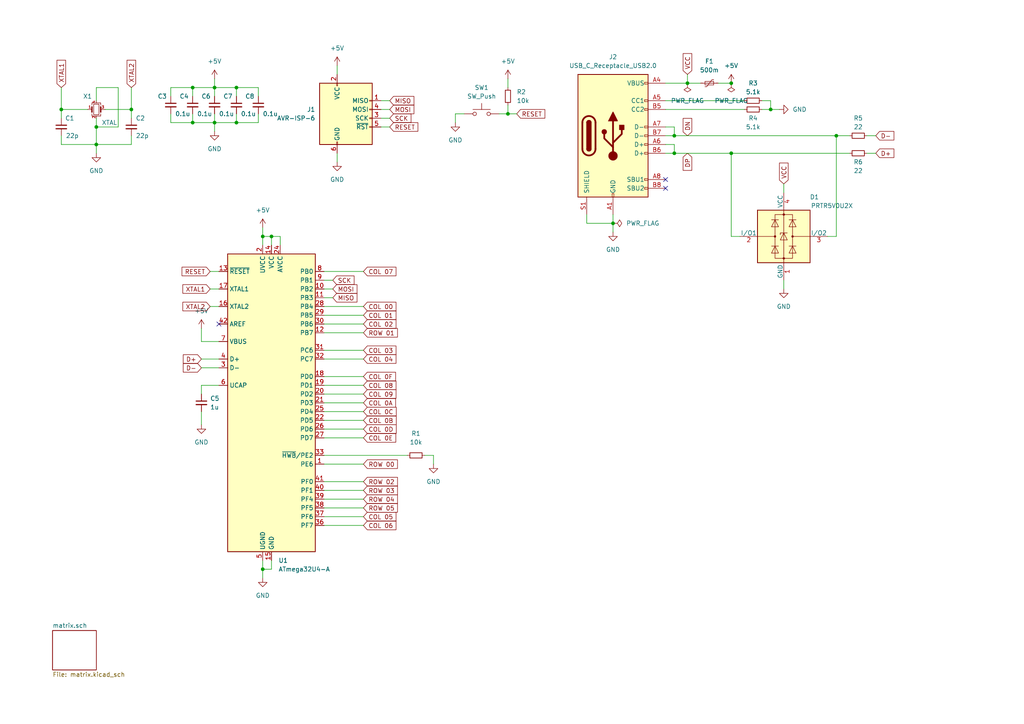
<source format=kicad_sch>
(kicad_sch (version 20211123) (generator eeschema)
  (paper "A4")
  (lib_symbols
    (symbol "Connector:AVR-ISP-6" (pin_names (offset 1.016))
      (property "Reference" "J" (at -6.35 11.43 0))
      (property "Value" "AVR-ISP-6" (at 0 11.43 0))
      (symbol "AVR-ISP-6_0_1"
        (rectangle (start -2.667 -6.858) (end -2.413 -7.62))
        (rectangle (start -2.667 10.16) (end -2.413 9.398))
        (rectangle (start 7.62 -2.413) (end 6.858 -2.667))
        (rectangle (start 7.62 0.127) (end 6.858 -0.127))
        (rectangle (start 7.62 2.667) (end 6.858 2.413))
        (rectangle (start 7.62 5.207) (end 6.858 4.953))
        (rectangle (start 7.62 10.16) (end -7.62 -7.62) (stroke (width 0.254)) (fill (type background)))
      )
      (symbol "AVR-ISP-6_1_1"
        (pin passive line (at 10.16 5.08 180) (length 2.54) (name "MISO") (number "1"))
        (pin passive line (at -2.54 12.7 270) (length 2.54) (name "VCC") (number "2"))
        (pin passive line (at 10.16 0 180) (length 2.54) (name "SCK") (number "3"))
        (pin passive line (at 10.16 2.54 180) (length 2.54) (name "MOSI") (number "4"))
        (pin passive line (at 10.16 -2.54 180) (length 2.54) (name "~{RST}") (number "5"))
        (pin passive line (at -2.54 -10.16 90) (length 2.54) (name "GND") (number "6"))
      )
    )
    (symbol "Connector:USB_C_Receptacle_USB2.0" (pin_names (offset 1.016))
      (property "Reference" "J" (at -10.16 19.05 0))
      (property "Value" "USB_C_Receptacle_USB2.0" (at 19.05 19.05 0))
      (symbol "USB_C_Receptacle_USB2.0_0_0"
        (rectangle (start -0.254 -17.78) (end 0.254 -16.764))
        (rectangle (start 10.16 -14.986) (end 9.144 -15.494))
        (rectangle (start 10.16 -12.446) (end 9.144 -12.954))
        (rectangle (start 10.16 -4.826) (end 9.144 -5.334))
        (rectangle (start 10.16 -2.286) (end 9.144 -2.794))
        (rectangle (start 10.16 0.254) (end 9.144 -0.254))
        (rectangle (start 10.16 2.794) (end 9.144 2.286))
        (rectangle (start 10.16 7.874) (end 9.144 7.366))
        (rectangle (start 10.16 10.414) (end 9.144 9.906))
        (rectangle (start 10.16 15.494) (end 9.144 14.986))
      )
      (symbol "USB_C_Receptacle_USB2.0_0_1"
        (rectangle (start -10.16 17.78) (end 10.16 -17.78) (stroke (width 0.254)) (fill (type background)))
        (arc (start -8.89 -3.81) (mid -6.985 -5.715) (end -5.08 -3.81) (stroke (width 0.508)))
        (arc (start -7.62 -3.81) (mid -6.985 -4.445) (end -6.35 -3.81) (stroke (width 0.254)))
        (arc (start -7.62 -3.81) (mid -6.985 -4.445) (end -6.35 -3.81) (stroke (width 0.254)) (fill (type outline)))
        (rectangle (start -7.62 -3.81) (end -6.35 3.81) (stroke (width 0.254)) (fill (type outline)))
        (arc (start -6.35 3.81) (mid -6.985 4.445) (end -7.62 3.81) (stroke (width 0.254)))
        (arc (start -6.35 3.81) (mid -6.985 4.445) (end -7.62 3.81) (stroke (width 0.254)) (fill (type outline)))
        (arc (start -5.08 3.81) (mid -6.985 5.715) (end -8.89 3.81) (stroke (width 0.508)))
        (circle (center -2.54 1.143) (radius 0.635) (stroke (width 0.254)) (fill (type outline)))
        (circle (center 0 -5.842) (radius 1.27) (fill (type outline)))
        (polyline (pts (xy -8.89 -3.81) (xy -8.89 3.81)) (stroke (width 0.508)))
        (polyline (pts (xy -5.08 3.81) (xy -5.08 -3.81)) (stroke (width 0.508)))
        (polyline (pts (xy 0 -5.842) (xy 0 4.318)) (stroke (width 0.508)))
        (polyline (pts (xy 0 -3.302) (xy -2.54 -0.762) (xy -2.54 0.508)) (stroke (width 0.508)))
        (polyline (pts (xy 0 -2.032) (xy 2.54 0.508) (xy 2.54 1.778)) (stroke (width 0.508)))
        (polyline (pts (xy -1.27 4.318) (xy 0 6.858) (xy 1.27 4.318) (xy -1.27 4.318)) (stroke (width 0.254)) (fill (type outline)))
        (rectangle (start 1.905 1.778) (end 3.175 3.048) (stroke (width 0.254)) (fill (type outline)))
      )
      (symbol "USB_C_Receptacle_USB2.0_1_1"
        (pin passive line (at 0 -22.86 90) (length 5.08) (name "GND") (number "A1"))
        (pin passive line (at 0 -22.86 90) (length 5.08) hide (name "GND") (number "A12"))
        (pin passive line (at 15.24 15.24 180) (length 5.08) (name "VBUS") (number "A4"))
        (pin bidirectional line (at 15.24 10.16 180) (length 5.08) (name "CC1") (number "A5"))
        (pin bidirectional line (at 15.24 -2.54 180) (length 5.08) (name "D+") (number "A6"))
        (pin bidirectional line (at 15.24 2.54 180) (length 5.08) (name "D-") (number "A7"))
        (pin bidirectional line (at 15.24 -12.7 180) (length 5.08) (name "SBU1") (number "A8"))
        (pin passive line (at 15.24 15.24 180) (length 5.08) hide (name "VBUS") (number "A9"))
        (pin passive line (at 0 -22.86 90) (length 5.08) hide (name "GND") (number "B1"))
        (pin passive line (at 0 -22.86 90) (length 5.08) hide (name "GND") (number "B12"))
        (pin passive line (at 15.24 15.24 180) (length 5.08) hide (name "VBUS") (number "B4"))
        (pin bidirectional line (at 15.24 7.62 180) (length 5.08) (name "CC2") (number "B5"))
        (pin bidirectional line (at 15.24 -5.08 180) (length 5.08) (name "D+") (number "B6"))
        (pin bidirectional line (at 15.24 0 180) (length 5.08) (name "D-") (number "B7"))
        (pin bidirectional line (at 15.24 -15.24 180) (length 5.08) (name "SBU2") (number "B8"))
        (pin passive line (at 15.24 15.24 180) (length 5.08) hide (name "VBUS") (number "B9"))
        (pin passive line (at -7.62 -22.86 90) (length 5.08) (name "SHIELD") (number "S1"))
      )
    )
    (symbol "Device:C_Small" (pin_numbers hide) (pin_names (offset 0.254) hide)
      (property "Reference" "C" (at 0.254 1.778 0))
      (property "Value" "C_Small" (at 0.254 -2.032 0))
      (symbol "C_Small_0_1"
        (polyline (pts (xy -1.524 -0.508) (xy 1.524 -0.508)) (stroke (width 0.3302)))
        (polyline (pts (xy -1.524 0.508) (xy 1.524 0.508)) (stroke (width 0.3048)))
      )
      (symbol "C_Small_1_1"
        (pin passive line (at 0 2.54 270) (length 2.032) (name "~") (number "1"))
        (pin passive line (at 0 -2.54 90) (length 2.032) (name "~") (number "2"))
      )
    )
    (symbol "Device:Crystal_GND24_Small" (pin_names (offset 1.016) hide)
      (property "Reference" "Y" (at 1.27 4.445 0))
      (property "Value" "Crystal_GND24_Small" (at 1.27 2.54 0))
      (symbol "Crystal_GND24_Small_0_1"
        (rectangle (start -0.762 -1.524) (end 0.762 1.524))
        (polyline (pts (xy -1.27 -0.762) (xy -1.27 0.762)) (stroke (width 0.381)))
        (polyline (pts (xy 1.27 -0.762) (xy 1.27 0.762)) (stroke (width 0.381)))
        (polyline (pts (xy -1.27 -1.27) (xy -1.27 -1.905) (xy 1.27 -1.905) (xy 1.27 -1.27)))
        (polyline (pts (xy -1.27 1.27) (xy -1.27 1.905) (xy 1.27 1.905) (xy 1.27 1.27)))
      )
      (symbol "Crystal_GND24_Small_1_1"
        (pin passive line (at -2.54 0 0) (length 1.27) (name "1") (number "1"))
        (pin passive line (at 0 -2.54 90) (length 0.635) (name "2") (number "2"))
        (pin passive line (at 2.54 0 180) (length 1.27) (name "3") (number "3"))
        (pin passive line (at 0 2.54 270) (length 0.635) (name "4") (number "4"))
      )
    )
    (symbol "Device:Polyfuse_Small" (pin_numbers hide) (pin_names (offset 0))
      (property "Reference" "F" (at -1.905 0 90))
      (property "Value" "Polyfuse_Small" (at 1.905 0 90))
      (symbol "Polyfuse_Small_0_1"
        (rectangle (start -0.508 1.27) (end 0.508 -1.27))
        (polyline (pts (xy 0 2.54) (xy 0 -2.54)))
        (polyline (pts (xy -1.016 1.27) (xy -1.016 0.762) (xy 1.016 -0.762) (xy 1.016 -1.27)))
      )
      (symbol "Polyfuse_Small_1_1"
        (pin passive line (at 0 2.54 270) (length 0.635) (name "~") (number "1"))
        (pin passive line (at 0 -2.54 90) (length 0.635) (name "~") (number "2"))
      )
    )
    (symbol "Device:R_Small" (pin_numbers hide) (pin_names (offset 0.254) hide)
      (property "Reference" "R" (at 0.762 0.508 0))
      (property "Value" "R_Small" (at 0.762 -1.016 0))
      (symbol "R_Small_0_1"
        (rectangle (start -0.762 1.778) (end 0.762 -1.778) (stroke (width 0.2032)))
      )
      (symbol "R_Small_1_1"
        (pin passive line (at 0 2.54 270) (length 0.762) (name "~") (number "1"))
        (pin passive line (at 0 -2.54 90) (length 0.762) (name "~") (number "2"))
      )
    )
    (symbol "MCU_Microchip_ATmega:ATmega32U4-A"
      (property "Reference" "U" (at -12.7 44.45 0))
      (property "Value" "ATmega32U4-A" (at 2.54 -44.45 0))
      (symbol "ATmega32U4-A_0_1"
        (rectangle (start -12.7 -43.18) (end 12.7 43.18) (stroke (width 0.254)) (fill (type background)))
      )
      (symbol "ATmega32U4-A_1_1"
        (pin bidirectional line (at 15.24 -17.78 180) (length 2.54) (name "PE6") (number "1"))
        (pin bidirectional line (at 15.24 33.02 180) (length 2.54) (name "PB2") (number "10"))
        (pin bidirectional line (at 15.24 30.48 180) (length 2.54) (name "PB3") (number "11"))
        (pin bidirectional line (at 15.24 20.32 180) (length 2.54) (name "PB7") (number "12"))
        (pin input line (at -15.24 38.1 0) (length 2.54) (name "~{RESET}") (number "13"))
        (pin power_in line (at 0 45.72 270) (length 2.54) (name "VCC") (number "14"))
        (pin power_in line (at 0 -45.72 90) (length 2.54) (name "GND") (number "15"))
        (pin output line (at -15.24 27.94 0) (length 2.54) (name "XTAL2") (number "16"))
        (pin input line (at -15.24 33.02 0) (length 2.54) (name "XTAL1") (number "17"))
        (pin bidirectional line (at 15.24 7.62 180) (length 2.54) (name "PD0") (number "18"))
        (pin bidirectional line (at 15.24 5.08 180) (length 2.54) (name "PD1") (number "19"))
        (pin power_in line (at -2.54 45.72 270) (length 2.54) (name "UVCC") (number "2"))
        (pin bidirectional line (at 15.24 2.54 180) (length 2.54) (name "PD2") (number "20"))
        (pin bidirectional line (at 15.24 0 180) (length 2.54) (name "PD3") (number "21"))
        (pin bidirectional line (at 15.24 -5.08 180) (length 2.54) (name "PD5") (number "22"))
        (pin passive line (at 0 -45.72 90) (length 2.54) hide (name "GND") (number "23"))
        (pin power_in line (at 2.54 45.72 270) (length 2.54) (name "AVCC") (number "24"))
        (pin bidirectional line (at 15.24 -2.54 180) (length 2.54) (name "PD4") (number "25"))
        (pin bidirectional line (at 15.24 -7.62 180) (length 2.54) (name "PD6") (number "26"))
        (pin bidirectional line (at 15.24 -10.16 180) (length 2.54) (name "PD7") (number "27"))
        (pin bidirectional line (at 15.24 27.94 180) (length 2.54) (name "PB4") (number "28"))
        (pin bidirectional line (at 15.24 25.4 180) (length 2.54) (name "PB5") (number "29"))
        (pin bidirectional line (at -15.24 10.16 0) (length 2.54) (name "D-") (number "3"))
        (pin bidirectional line (at 15.24 22.86 180) (length 2.54) (name "PB6") (number "30"))
        (pin bidirectional line (at 15.24 15.24 180) (length 2.54) (name "PC6") (number "31"))
        (pin bidirectional line (at 15.24 12.7 180) (length 2.54) (name "PC7") (number "32"))
        (pin bidirectional line (at 15.24 -15.24 180) (length 2.54) (name "~{HWB}/PE2") (number "33"))
        (pin passive line (at 0 45.72 270) (length 2.54) hide (name "VCC") (number "34"))
        (pin passive line (at 0 -45.72 90) (length 2.54) hide (name "GND") (number "35"))
        (pin bidirectional line (at 15.24 -35.56 180) (length 2.54) (name "PF7") (number "36"))
        (pin bidirectional line (at 15.24 -33.02 180) (length 2.54) (name "PF6") (number "37"))
        (pin bidirectional line (at 15.24 -30.48 180) (length 2.54) (name "PF5") (number "38"))
        (pin bidirectional line (at 15.24 -27.94 180) (length 2.54) (name "PF4") (number "39"))
        (pin bidirectional line (at -15.24 12.7 0) (length 2.54) (name "D+") (number "4"))
        (pin bidirectional line (at 15.24 -25.4 180) (length 2.54) (name "PF1") (number "40"))
        (pin bidirectional line (at 15.24 -22.86 180) (length 2.54) (name "PF0") (number "41"))
        (pin passive line (at -15.24 22.86 0) (length 2.54) (name "AREF") (number "42"))
        (pin passive line (at 0 -45.72 90) (length 2.54) hide (name "GND") (number "43"))
        (pin passive line (at 2.54 45.72 270) (length 2.54) hide (name "AVCC") (number "44"))
        (pin passive line (at -2.54 -45.72 90) (length 2.54) (name "UGND") (number "5"))
        (pin passive line (at -15.24 5.08 0) (length 2.54) (name "UCAP") (number "6"))
        (pin input line (at -15.24 17.78 0) (length 2.54) (name "VBUS") (number "7"))
        (pin bidirectional line (at 15.24 38.1 180) (length 2.54) (name "PB0") (number "8"))
        (pin bidirectional line (at 15.24 35.56 180) (length 2.54) (name "PB1") (number "9"))
      )
    )
    (symbol "Power_Protection:PRTR5V0U2X" (pin_names (offset 0))
      (property "Reference" "D" (at 2.794 8.636 0))
      (property "Value" "PRTR5V0U2X" (at 8.128 -9.398 0))
      (symbol "PRTR5V0U2X_0_1"
        (rectangle (start -7.62 -7.62) (end 7.62 7.62) (stroke (width 0.254)) (fill (type background)))
        (circle (center -2.54 0) (radius 0.254) (fill (type outline)))
        (rectangle (start -2.54 6.35) (end 2.54 -6.35))
        (circle (center 0 -6.35) (radius 0.254) (fill (type outline)))
        (polyline (pts (xy -2.54 0) (xy -7.62 0)))
        (polyline (pts (xy -1.524 -2.794) (xy -3.556 -2.794)))
        (polyline (pts (xy -1.524 4.826) (xy -3.556 4.826)))
        (polyline (pts (xy 0 -7.62) (xy 0 7.62)))
        (polyline (pts (xy 1.524 -2.794) (xy 3.556 -2.794)))
        (polyline (pts (xy 1.524 4.826) (xy 3.556 4.826)))
        (polyline (pts (xy 2.54 0) (xy 7.62 0)))
        (polyline (pts (xy 1.016 1.016) (xy -1.016 1.016) (xy -1.016 0.508)))
        (polyline (pts (xy -3.556 -4.826) (xy -1.524 -4.826) (xy -2.54 -2.794) (xy -3.556 -4.826)))
        (polyline (pts (xy -3.556 2.794) (xy -1.524 2.794) (xy -2.54 4.826) (xy -3.556 2.794)))
        (polyline (pts (xy -1.016 -1.016) (xy 1.016 -1.016) (xy 0 1.016) (xy -1.016 -1.016)))
        (polyline (pts (xy 3.556 -4.826) (xy 1.524 -4.826) (xy 2.54 -2.794) (xy 3.556 -4.826)))
        (polyline (pts (xy 3.556 2.794) (xy 1.524 2.794) (xy 2.54 4.826) (xy 3.556 2.794)))
        (circle (center 0 6.35) (radius 0.254) (fill (type outline)))
        (circle (center 2.54 0) (radius 0.254) (fill (type outline)))
      )
      (symbol "PRTR5V0U2X_1_1"
        (pin passive line (at 0 -12.7 90) (length 5.08) (name "GND") (number "1"))
        (pin passive line (at -12.7 0 0) (length 5.08) (name "I/O1") (number "2"))
        (pin passive line (at 12.7 0 180) (length 5.08) (name "I/O2") (number "3"))
        (pin passive line (at 0 12.7 270) (length 5.08) (name "VCC") (number "4"))
      )
    )
    (symbol "Switch:SW_Push" (pin_numbers hide) (pin_names (offset 1.016) hide)
      (property "Reference" "SW" (at 1.27 2.54 0))
      (property "Value" "SW_Push" (at 0 -1.524 0))
      (symbol "SW_Push_0_1"
        (circle (center -2.032 0) (radius 0.508))
        (polyline (pts (xy 0 1.27) (xy 0 3.048)))
        (polyline (pts (xy 2.54 1.27) (xy -2.54 1.27)))
        (circle (center 2.032 0) (radius 0.508))
        (pin passive line (at -5.08 0 0) (length 2.54) (name "1") (number "1"))
        (pin passive line (at 5.08 0 180) (length 2.54) (name "2") (number "2"))
      )
    )
    (symbol "power:+5V" (power) (pin_names (offset 0))
      (property "Value" "+5V" (at 0 3.556 0))
      (symbol "+5V_0_1"
        (polyline (pts (xy -0.762 1.27) (xy 0 2.54)))
        (polyline (pts (xy 0 0) (xy 0 2.54)))
        (polyline (pts (xy 0 2.54) (xy 0.762 1.27)))
      )
      (symbol "+5V_1_1"
        (pin power_in line (at 0 0 90) (length 0) hide (name "+5V") (number "1"))
      )
    )
    (symbol "power:GND" (power) (pin_names (offset 0))
      (property "Value" "GND" (at 0 -3.81 0))
      (symbol "GND_0_1"
        (polyline (pts (xy 0 0) (xy 0 -1.27) (xy 1.27 -1.27) (xy 0 -2.54) (xy -1.27 -1.27) (xy 0 -1.27)))
      )
      (symbol "GND_1_1"
        (pin power_in line (at 0 0 270) (length 0) hide (name "GND") (number "1"))
      )
    )
    (symbol "power:PWR_FLAG" (power) (pin_numbers hide) (pin_names (offset 0) hide)
      (property "Value" "PWR_FLAG" (at 0 3.81 0))
      (symbol "PWR_FLAG_0_0"
        (pin power_out line (at 0 0 90) (length 0) (name "pwr") (number "1"))
      )
      (symbol "PWR_FLAG_0_1"
        (polyline (pts (xy 0 0) (xy 0 1.27) (xy -1.016 1.905) (xy 0 2.54) (xy 1.016 1.905) (xy 0 1.27)))
      )
    )
  )
  (junction (at 68.58 35.56))
  (junction (at 195.58 44.45))
  (junction (at 38.1 31.75))
  (junction (at 62.23 25.4))
  (junction (at 147.32 33.02))
  (junction (at 223.52 31.75))
  (junction (at 27.94 36.83))
  (junction (at 212.09 24.13))
  (junction (at 68.58 25.4))
  (junction (at 199.39 24.13))
  (junction (at 76.2 165.1))
  (junction (at 195.58 39.37))
  (junction (at 212.09 44.45))
  (junction (at 55.88 25.4))
  (junction (at 76.2 68.58))
  (junction (at 55.88 35.56))
  (junction (at 17.78 31.75))
  (junction (at 177.8 64.77))
  (junction (at 78.74 68.58))
  (junction (at 62.23 35.56))
  (junction (at 27.94 41.91))
  (junction (at 242.57 39.37))
  (no_connect (at 63.5 93.98))
  (no_connect (at 193.04 52.07))
  (no_connect (at 193.04 54.61))
  (wire (pts (xy 227.33 53.34) (xy 227.33 55.88)))
  (wire (pts (xy 125.73 132.08) (xy 125.73 134.62)))
  (wire (pts (xy 193.04 44.45) (xy 195.58 44.45)))
  (wire (pts (xy 30.48 31.75) (xy 38.1 31.75)))
  (wire (pts (xy 251.46 44.45) (xy 254 44.45)))
  (wire (pts (xy 27.94 36.83) (xy 34.29 36.83)))
  (wire (pts (xy 49.53 27.94) (xy 49.53 25.4)))
  (wire (pts (xy 55.88 35.56) (xy 62.23 35.56)))
  (wire (pts (xy 93.98 78.74) (xy 105.41 78.74)))
  (wire (pts (xy 110.49 31.75) (xy 113.03 31.75)))
  (wire (pts (xy 93.98 88.9) (xy 105.41 88.9)))
  (wire (pts (xy 93.98 83.82) (xy 96.52 83.82)))
  (wire (pts (xy 58.42 119.38) (xy 58.42 123.19)))
  (wire (pts (xy 93.98 114.3) (xy 105.41 114.3)))
  (wire (pts (xy 223.52 31.75) (xy 226.06 31.75)))
  (wire (pts (xy 78.74 162.56) (xy 78.74 165.1)))
  (wire (pts (xy 195.58 44.45) (xy 212.09 44.45)))
  (wire (pts (xy 251.46 39.37) (xy 254 39.37)))
  (wire (pts (xy 38.1 39.37) (xy 38.1 41.91)))
  (wire (pts (xy 195.58 39.37) (xy 242.57 39.37)))
  (wire (pts (xy 193.04 36.83) (xy 195.58 36.83)))
  (wire (pts (xy 62.23 33.02) (xy 62.23 35.56)))
  (wire (pts (xy 74.93 25.4) (xy 74.93 27.94)))
  (wire (pts (xy 78.74 68.58) (xy 78.74 71.12)))
  (wire (pts (xy 60.96 83.82) (xy 63.5 83.82)))
  (wire (pts (xy 60.96 78.74) (xy 63.5 78.74)))
  (wire (pts (xy 123.19 132.08) (xy 125.73 132.08)))
  (wire (pts (xy 93.98 149.86) (xy 105.41 149.86)))
  (wire (pts (xy 93.98 147.32) (xy 105.41 147.32)))
  (wire (pts (xy 49.53 25.4) (xy 55.88 25.4)))
  (wire (pts (xy 58.42 104.14) (xy 63.5 104.14)))
  (wire (pts (xy 242.57 39.37) (xy 246.38 39.37)))
  (wire (pts (xy 132.08 35.56) (xy 132.08 33.02)))
  (wire (pts (xy 212.09 44.45) (xy 212.09 68.58)))
  (wire (pts (xy 93.98 86.36) (xy 96.52 86.36)))
  (wire (pts (xy 110.49 34.29) (xy 113.03 34.29)))
  (wire (pts (xy 38.1 25.4) (xy 38.1 31.75)))
  (wire (pts (xy 93.98 127) (xy 105.41 127)))
  (wire (pts (xy 220.98 29.21) (xy 223.52 29.21)))
  (wire (pts (xy 199.39 24.13) (xy 203.2 24.13)))
  (wire (pts (xy 193.04 29.21) (xy 215.9 29.21)))
  (wire (pts (xy 147.32 33.02) (xy 149.86 33.02)))
  (wire (pts (xy 27.94 25.4) (xy 27.94 29.21)))
  (wire (pts (xy 62.23 22.86) (xy 62.23 25.4)))
  (wire (pts (xy 147.32 22.86) (xy 147.32 25.4)))
  (wire (pts (xy 193.04 39.37) (xy 195.58 39.37)))
  (wire (pts (xy 62.23 35.56) (xy 62.23 38.1)))
  (wire (pts (xy 58.42 95.25) (xy 58.42 99.06)))
  (wire (pts (xy 93.98 109.22) (xy 105.41 109.22)))
  (wire (pts (xy 93.98 81.28) (xy 96.52 81.28)))
  (wire (pts (xy 58.42 111.76) (xy 63.5 111.76)))
  (wire (pts (xy 68.58 33.02) (xy 68.58 35.56)))
  (wire (pts (xy 17.78 41.91) (xy 27.94 41.91)))
  (wire (pts (xy 177.8 64.77) (xy 177.8 67.31)))
  (wire (pts (xy 27.94 41.91) (xy 27.94 44.45)))
  (wire (pts (xy 132.08 33.02) (xy 134.62 33.02)))
  (wire (pts (xy 93.98 134.62) (xy 105.41 134.62)))
  (wire (pts (xy 193.04 31.75) (xy 215.9 31.75)))
  (wire (pts (xy 17.78 39.37) (xy 17.78 41.91)))
  (wire (pts (xy 17.78 25.4) (xy 17.78 31.75)))
  (wire (pts (xy 68.58 35.56) (xy 74.93 35.56)))
  (wire (pts (xy 62.23 25.4) (xy 68.58 25.4)))
  (wire (pts (xy 78.74 165.1) (xy 76.2 165.1)))
  (wire (pts (xy 220.98 31.75) (xy 223.52 31.75)))
  (wire (pts (xy 93.98 152.4) (xy 105.41 152.4)))
  (wire (pts (xy 55.88 33.02) (xy 55.88 35.56)))
  (wire (pts (xy 93.98 111.76) (xy 105.41 111.76)))
  (wire (pts (xy 49.53 33.02) (xy 49.53 35.56)))
  (wire (pts (xy 68.58 25.4) (xy 74.93 25.4)))
  (wire (pts (xy 242.57 39.37) (xy 242.57 68.58)))
  (wire (pts (xy 27.94 41.91) (xy 38.1 41.91)))
  (wire (pts (xy 55.88 25.4) (xy 55.88 27.94)))
  (wire (pts (xy 193.04 24.13) (xy 199.39 24.13)))
  (wire (pts (xy 199.39 21.59) (xy 199.39 24.13)))
  (wire (pts (xy 55.88 25.4) (xy 62.23 25.4)))
  (wire (pts (xy 93.98 144.78) (xy 105.41 144.78)))
  (wire (pts (xy 62.23 35.56) (xy 68.58 35.56)))
  (wire (pts (xy 208.28 24.13) (xy 212.09 24.13)))
  (wire (pts (xy 17.78 31.75) (xy 25.4 31.75)))
  (wire (pts (xy 93.98 91.44) (xy 105.41 91.44)))
  (wire (pts (xy 62.23 25.4) (xy 62.23 27.94)))
  (wire (pts (xy 223.52 29.21) (xy 223.52 31.75)))
  (wire (pts (xy 93.98 104.14) (xy 105.41 104.14)))
  (wire (pts (xy 76.2 165.1) (xy 76.2 167.64)))
  (wire (pts (xy 93.98 142.24) (xy 105.41 142.24)))
  (wire (pts (xy 93.98 93.98) (xy 105.41 93.98)))
  (wire (pts (xy 76.2 68.58) (xy 78.74 68.58)))
  (wire (pts (xy 93.98 116.84) (xy 105.41 116.84)))
  (wire (pts (xy 193.04 41.91) (xy 195.58 41.91)))
  (wire (pts (xy 17.78 31.75) (xy 17.78 34.29)))
  (wire (pts (xy 68.58 25.4) (xy 68.58 27.94)))
  (wire (pts (xy 93.98 121.92) (xy 105.41 121.92)))
  (wire (pts (xy 170.18 64.77) (xy 177.8 64.77)))
  (wire (pts (xy 34.29 25.4) (xy 34.29 36.83)))
  (wire (pts (xy 214.63 68.58) (xy 212.09 68.58)))
  (wire (pts (xy 93.98 124.46) (xy 105.41 124.46)))
  (wire (pts (xy 97.79 19.05) (xy 97.79 21.59)))
  (wire (pts (xy 227.33 81.28) (xy 227.33 83.82)))
  (wire (pts (xy 195.58 36.83) (xy 195.58 39.37)))
  (wire (pts (xy 110.49 29.21) (xy 113.03 29.21)))
  (wire (pts (xy 76.2 162.56) (xy 76.2 165.1)))
  (wire (pts (xy 97.79 44.45) (xy 97.79 46.99)))
  (wire (pts (xy 240.03 68.58) (xy 242.57 68.58)))
  (wire (pts (xy 177.8 62.23) (xy 177.8 64.77)))
  (wire (pts (xy 110.49 36.83) (xy 113.03 36.83)))
  (wire (pts (xy 147.32 30.48) (xy 147.32 33.02)))
  (wire (pts (xy 93.98 96.52) (xy 105.41 96.52)))
  (wire (pts (xy 58.42 99.06) (xy 63.5 99.06)))
  (wire (pts (xy 195.58 41.91) (xy 195.58 44.45)))
  (wire (pts (xy 212.09 44.45) (xy 246.38 44.45)))
  (wire (pts (xy 81.28 71.12) (xy 81.28 68.58)))
  (wire (pts (xy 38.1 31.75) (xy 38.1 34.29)))
  (wire (pts (xy 93.98 139.7) (xy 105.41 139.7)))
  (wire (pts (xy 27.94 34.29) (xy 27.94 36.83)))
  (wire (pts (xy 76.2 68.58) (xy 76.2 71.12)))
  (wire (pts (xy 58.42 111.76) (xy 58.42 114.3)))
  (wire (pts (xy 76.2 66.04) (xy 76.2 68.58)))
  (wire (pts (xy 58.42 106.68) (xy 63.5 106.68)))
  (wire (pts (xy 49.53 35.56) (xy 55.88 35.56)))
  (wire (pts (xy 144.78 33.02) (xy 147.32 33.02)))
  (wire (pts (xy 93.98 132.08) (xy 118.11 132.08)))
  (wire (pts (xy 27.94 25.4) (xy 34.29 25.4)))
  (wire (pts (xy 170.18 62.23) (xy 170.18 64.77)))
  (wire (pts (xy 74.93 33.02) (xy 74.93 35.56)))
  (wire (pts (xy 60.96 88.9) (xy 63.5 88.9)))
  (wire (pts (xy 93.98 101.6) (xy 105.41 101.6)))
  (wire (pts (xy 93.98 119.38) (xy 105.41 119.38)))
  (wire (pts (xy 78.74 68.58) (xy 81.28 68.58)))
  (wire (pts (xy 27.94 36.83) (xy 27.94 41.91)))
  (global_label "COL 01" (shape input) (at 105.41 91.44 0) (property "Intersheet References" "${INTERSHEET_REFS}" (effects hide)))
  (global_label "RESET" (shape input) (at 113.03 36.83 0) (property "Intersheet References" "${INTERSHEET_REFS}" (effects hide)))
  (global_label "COL 03" (shape input) (at 105.41 101.6 0) (property "Intersheet References" "${INTERSHEET_REFS}" (effects hide)))
  (global_label "COL 0F" (shape input) (at 105.41 109.22 0) (property "Intersheet References" "${INTERSHEET_REFS}" (effects hide)))
  (global_label "ROW 01" (shape input) (at 105.41 96.52 0) (property "Intersheet References" "${INTERSHEET_REFS}" (effects hide)))
  (global_label "RESET" (shape input) (at 149.86 33.02 0) (property "Intersheet References" "${INTERSHEET_REFS}" (effects hide)))
  (global_label "COL 09" (shape input) (at 105.41 114.3 0) (property "Intersheet References" "${INTERSHEET_REFS}" (effects hide)))
  (global_label "RESET" (shape input) (at 60.96 78.74 180) (property "Intersheet References" "${INTERSHEET_REFS}" (effects hide)))
  (global_label "ROW 03" (shape input) (at 105.41 142.24 0) (property "Intersheet References" "${INTERSHEET_REFS}" (effects hide)))
  (global_label "COL 07" (shape input) (at 105.41 78.74 0) (property "Intersheet References" "${INTERSHEET_REFS}" (effects hide)))
  (global_label "D-" (shape input) (at 254 39.37 0) (property "Intersheet References" "${INTERSHEET_REFS}" (effects hide)))
  (global_label "ROW 05" (shape input) (at 105.41 147.32 0) (property "Intersheet References" "${INTERSHEET_REFS}" (effects hide)))
  (global_label "XTAL1" (shape input) (at 60.96 83.82 180) (property "Intersheet References" "${INTERSHEET_REFS}" (effects hide)))
  (global_label "SCK" (shape input) (at 113.03 34.29 0) (property "Intersheet References" "${INTERSHEET_REFS}" (effects hide)))
  (global_label "COL 04" (shape input) (at 105.41 104.14 0) (property "Intersheet References" "${INTERSHEET_REFS}" (effects hide)))
  (global_label "COL 0C" (shape input) (at 105.41 119.38 0) (property "Intersheet References" "${INTERSHEET_REFS}" (effects hide)))
  (global_label "DP" (shape input) (at 199.39 44.45 270) (property "Intersheet References" "${INTERSHEET_REFS}" (effects hide)))
  (global_label "COL 02" (shape input) (at 105.41 93.98 0) (property "Intersheet References" "${INTERSHEET_REFS}" (effects hide)))
  (global_label "COL 06" (shape input) (at 105.41 152.4 0) (property "Intersheet References" "${INTERSHEET_REFS}" (effects hide)))
  (global_label "COL 08" (shape input) (at 105.41 111.76 0) (property "Intersheet References" "${INTERSHEET_REFS}" (effects hide)))
  (global_label "D-" (shape input) (at 58.42 106.68 180) (property "Intersheet References" "${INTERSHEET_REFS}" (effects hide)))
  (global_label "ROW 04" (shape input) (at 105.41 144.78 0) (property "Intersheet References" "${INTERSHEET_REFS}" (effects hide)))
  (global_label "MOSI" (shape input) (at 113.03 31.75 0) (property "Intersheet References" "${INTERSHEET_REFS}" (effects hide)))
  (global_label "COL 05" (shape input) (at 105.41 149.86 0) (property "Intersheet References" "${INTERSHEET_REFS}" (effects hide)))
  (global_label "COL 0D" (shape input) (at 105.41 124.46 0) (property "Intersheet References" "${INTERSHEET_REFS}" (effects hide)))
  (global_label "VCC" (shape input) (at 227.33 53.34 90) (property "Intersheet References" "${INTERSHEET_REFS}" (effects hide)))
  (global_label "MISO" (shape input) (at 113.03 29.21 0) (property "Intersheet References" "${INTERSHEET_REFS}" (effects hide)))
  (global_label "COL 0E" (shape input) (at 105.41 127 0) (property "Intersheet References" "${INTERSHEET_REFS}" (effects hide)))
  (global_label "DN" (shape input) (at 199.39 39.37 90) (property "Intersheet References" "${INTERSHEET_REFS}" (effects hide)))
  (global_label "VCC" (shape input) (at 199.39 21.59 90) (property "Intersheet References" "${INTERSHEET_REFS}" (effects hide)))
  (global_label "ROW 00" (shape input) (at 105.41 134.62 0) (property "Intersheet References" "${INTERSHEET_REFS}" (effects hide)))
  (global_label "MISO" (shape input) (at 96.52 86.36 0) (property "Intersheet References" "${INTERSHEET_REFS}" (effects hide)))
  (global_label "COL 0B" (shape input) (at 105.41 121.92 0) (property "Intersheet References" "${INTERSHEET_REFS}" (effects hide)))
  (global_label "XTAL2" (shape input) (at 60.96 88.9 180) (property "Intersheet References" "${INTERSHEET_REFS}" (effects hide)))
  (global_label "XTAL2" (shape input) (at 38.1 25.4 90) (property "Intersheet References" "${INTERSHEET_REFS}" (effects hide)))
  (global_label "D+" (shape input) (at 58.42 104.14 180) (property "Intersheet References" "${INTERSHEET_REFS}" (effects hide)))
  (global_label "COL 0A" (shape input) (at 105.41 116.84 0) (property "Intersheet References" "${INTERSHEET_REFS}" (effects hide)))
  (global_label "MOSI" (shape input) (at 96.52 83.82 0) (property "Intersheet References" "${INTERSHEET_REFS}" (effects hide)))
  (global_label "COL 00" (shape input) (at 105.41 88.9 0) (property "Intersheet References" "${INTERSHEET_REFS}" (effects hide)))
  (global_label "SCK" (shape input) (at 96.52 81.28 0) (property "Intersheet References" "${INTERSHEET_REFS}" (effects hide)))
  (global_label "ROW 02" (shape input) (at 105.41 139.7 0) (property "Intersheet References" "${INTERSHEET_REFS}" (effects hide)))
  (global_label "D+" (shape input) (at 254 44.45 0) (property "Intersheet References" "${INTERSHEET_REFS}" (effects hide)))
  (global_label "XTAL1" (shape input) (at 17.78 25.4 90) (property "Intersheet References" "${INTERSHEET_REFS}" (effects hide)))
  (symbol (lib_id "power:GND") (at 125.73 134.62 0) (unit 1)
    (property "Reference" "#PWR09" (effects hide))
    (property "Value" "GND" (at 125.73 139.7 0))
  )
  (symbol (lib_id "power:+5V") (at 212.09 24.13 0) (unit 1)
    (property "Reference" "#PWR013" (effects hide))
    (property "Value" "+5V" (at 212.09 19.05 0))
  )
  (symbol (lib_id "Device:R_Small") (at 248.92 39.37 270) (unit 1)
    (property "Reference" "R5" (at 248.92 34.29 90))
    (property "Value" "22" (at 248.92 36.83 90))
    (property "Footprint" "Resistor_SMD:R_0805_2012Metric_Pad1.20x1.40mm_HandSolder" (effects hide))
  )
  (symbol (lib_id "power:PWR_FLAG") (at 177.8 64.77 270) (unit 1)
    (property "Reference" "#FLG0101" (effects hide))
    (property "Value" "PWR_FLAG" (at 181.61 64.7699 90) (effects (justify left)))
  )
  (symbol (lib_id "power:GND") (at 27.94 44.45 0) (unit 1)
    (property "Reference" "#PWR01" (effects hide))
    (property "Value" "GND" (at 27.94 49.53 0))
  )
  (symbol (lib_id "power:GND") (at 76.2 167.64 0) (unit 1)
    (property "Reference" "#PWR06" (effects hide))
    (property "Value" "GND" (at 76.2 172.72 0))
  )
  (symbol (lib_id "Switch:SW_Push") (at 139.7 33.02 0) (unit 1)
    (property "Reference" "SW1" (at 139.7 25.4 0))
    (property "Value" "SW_Push" (at 139.7 27.94 0))
    (property "Footprint" "Button_Switch_SMD:SW_SPST_SKQG_WithoutStem" (effects hide))
  )
  (symbol (lib_id "power:GND") (at 97.79 46.99 0) (unit 1)
    (property "Reference" "#PWR08" (effects hide))
    (property "Value" "GND" (at 97.79 52.07 0))
  )
  (symbol (lib_id "power:+5V") (at 147.32 22.86 0) (unit 1)
    (property "Reference" "#PWR011" (effects hide))
    (property "Value" "+5V" (at 147.32 17.78 0))
  )
  (symbol (lib_id "Device:C_Small") (at 55.88 30.48 0) (unit 1)
    (property "Reference" "C4" (at 52.07 27.94 0) (effects (justify left)))
    (property "Value" "0.1u" (at 57.15 33.02 0) (effects (justify left)))
    (property "Footprint" "Diode_SMD:D_0805_2012Metric_Pad1.15x1.40mm_HandSolder" (effects hide))
  )
  (symbol (lib_id "power:+5V") (at 76.2 66.04 0) (unit 1)
    (property "Reference" "#PWR05" (effects hide))
    (property "Value" "+5V" (at 76.2 60.96 0))
  )
  (symbol (lib_id "Device:C_Small") (at 49.53 30.48 0) (unit 1)
    (property "Reference" "C3" (at 45.72 27.94 0) (effects (justify left)))
    (property "Value" "0.1u" (at 50.8 33.02 0) (effects (justify left)))
    (property "Footprint" "Diode_SMD:D_0805_2012Metric_Pad1.15x1.40mm_HandSolder" (effects hide))
  )
  (symbol (lib_id "power:GND") (at 226.06 31.75 90) (unit 1)
    (property "Reference" "#PWR014" (effects hide))
    (property "Value" "GND" (at 229.87 31.7499 90) (effects (justify right)))
  )
  (symbol (lib_id "power:GND") (at 58.42 123.19 0) (unit 1)
    (property "Reference" "#PWR02" (effects hide))
    (property "Value" "GND" (at 58.42 128.27 0))
  )
  (symbol (lib_id "Connector:USB_C_Receptacle_USB2.0") (at 177.8 39.37 0) (unit 1)
    (property "Reference" "J2" (at 177.8 16.51 0))
    (property "Value" "USB_C_Receptacle_USB2.0" (at 177.8 19.05 0))
    (property "Footprint" "Connector_USB:USB_C_Receptacle_HRO_TYPE-C-31-M-12" (effects hide))
    (property "Datasheet" "https://www.usb.org/sites/default/files/documents/usb_type-c.zip" (effects hide))
  )
  (symbol (lib_id "Device:C_Small") (at 62.23 30.48 0) (unit 1)
    (property "Reference" "C6" (at 58.42 27.94 0) (effects (justify left)))
    (property "Value" "0.1u" (at 63.5 33.02 0) (effects (justify left)))
    (property "Footprint" "Diode_SMD:D_0805_2012Metric_Pad1.15x1.40mm_HandSolder" (effects hide))
  )
  (symbol (lib_id "Device:C_Small") (at 68.58 30.48 0) (unit 1)
    (property "Reference" "C7" (at 64.77 27.94 0) (effects (justify left)))
    (property "Value" "0.1u" (at 69.85 33.02 0) (effects (justify left)))
    (property "Footprint" "Diode_SMD:D_0805_2012Metric_Pad1.15x1.40mm_HandSolder" (effects hide))
  )
  (symbol (lib_id "power:PWR_FLAG") (at 212.09 24.13 180) (unit 1)
    (property "Reference" "#FLG0103" (effects hide))
    (property "Value" "PWR_FLAG" (at 212.09 29.21 0))
  )
  (symbol (lib_id "Device:Polyfuse_Small") (at 205.74 24.13 90) (unit 1)
    (property "Reference" "F1" (at 205.74 17.78 90))
    (property "Value" "500m" (at 205.74 20.32 90))
    (property "Footprint" "Fuse:Fuse_1206_3216Metric_Pad1.42x1.75mm_HandSolder" (effects hide))
  )
  (symbol (lib_id "Power_Protection:PRTR5V0U2X") (at 227.33 68.58 0) (unit 1)
    (property "Reference" "D1" (at 236.22 57.15 0))
    (property "Value" "PRTR5V0U2X" (at 241.3 59.69 0))
    (property "Footprint" "Package_TO_SOT_SMD:SOT-143" (effects hide))
    (property "Datasheet" "https://assets.nexperia.com/documents/data-sheet/PRTR5V0U2X.pdf" (effects hide))
  )
  (symbol (lib_id "Device:R_Small") (at 120.65 132.08 270) (unit 1)
    (property "Reference" "R1" (at 120.65 125.73 90))
    (property "Value" "10k" (at 120.65 128.27 90))
    (property "Footprint" "Resistor_SMD:R_0805_2012Metric_Pad1.20x1.40mm_HandSolder" (effects hide))
  )
  (symbol (lib_id "Device:C_Small") (at 17.78 36.83 0) (unit 1)
    (property "Reference" "C1" (at 21.59 34.29 0) (effects (justify right)))
    (property "Value" "22p" (at 22.86 39.37 0) (effects (justify right)))
    (property "Footprint" "Diode_SMD:D_0805_2012Metric_Pad1.15x1.40mm_HandSolder" (effects hide))
  )
  (symbol (lib_id "Device:R_Small") (at 147.32 27.94 0) (unit 1)
    (property "Reference" "R2" (at 149.86 26.6699 0) (effects (justify left)))
    (property "Value" "10k" (at 149.86 29.2099 0) (effects (justify left)))
    (property "Footprint" "Resistor_SMD:R_0805_2012Metric_Pad1.20x1.40mm_HandSolder" (effects hide))
  )
  (symbol (lib_id "power:GND") (at 227.33 83.82 0) (unit 1)
    (property "Reference" "#PWR015" (effects hide))
    (property "Value" "GND" (at 227.33 88.9 0))
  )
  (symbol (lib_id "Device:C_Small") (at 74.93 30.48 0) (unit 1)
    (property "Reference" "C8" (at 71.12 27.94 0) (effects (justify left)))
    (property "Value" "0.1u" (at 76.2 33.02 0) (effects (justify left)))
    (property "Footprint" "Diode_SMD:D_0805_2012Metric_Pad1.15x1.40mm_HandSolder" (effects hide))
  )
  (symbol (lib_id "power:GND") (at 62.23 38.1 0) (unit 1)
    (property "Reference" "#PWR04" (effects hide))
    (property "Value" "GND" (at 62.23 43.18 0))
  )
  (symbol (lib_id "Device:C_Small") (at 38.1 36.83 0) (unit 1)
    (property "Reference" "C2" (at 39.37 34.29 0) (effects (justify left)))
    (property "Value" "22p" (at 39.37 39.37 0) (effects (justify left)))
    (property "Footprint" "Diode_SMD:D_0805_2012Metric_Pad1.15x1.40mm_HandSolder" (effects hide))
  )
  (symbol (lib_id "Device:R_Small") (at 218.44 31.75 90) (unit 1)
    (property "Reference" "R4" (at 218.44 34.29 90))
    (property "Value" "5.1k" (at 218.44 36.83 90))
    (property "Footprint" "Resistor_SMD:R_0805_2012Metric_Pad1.20x1.40mm_HandSolder" (effects hide))
  )
  (symbol (lib_id "Device:R_Small") (at 248.92 44.45 90) (unit 1)
    (property "Reference" "R6" (at 248.92 46.99 90))
    (property "Value" "22" (at 248.92 49.53 90))
    (property "Footprint" "Resistor_SMD:R_0805_2012Metric_Pad1.20x1.40mm_HandSolder" (effects hide))
  )
  (symbol (lib_id "power:+5V") (at 62.23 22.86 0) (unit 1)
    (property "Reference" "#PWR03" (effects hide))
    (property "Value" "+5V" (at 62.23 17.78 0))
  )
  (symbol (lib_id "Device:Crystal_GND24_Small") (at 27.94 31.75 0) (unit 1)
    (property "Reference" "X1" (at 25.4 27.94 0))
    (property "Value" "XTAL" (at 31.75 35.56 0))
    (property "Footprint" "Crystal:Crystal_SMD_3225-4Pin_3.2x2.5mm_HandSoldering" (effects hide))
  )
  (symbol (lib_id "power:GND") (at 132.08 35.56 0) (unit 1)
    (property "Reference" "#PWR010" (effects hide))
    (property "Value" "GND" (at 132.08 40.64 0))
  )
  (symbol (lib_id "power:+5V") (at 58.42 95.25 0) (unit 1)
    (property "Reference" "#PWR0101" (effects hide))
    (property "Value" "+5V" (at 58.42 90.17 0))
  )
  (symbol (lib_id "power:PWR_FLAG") (at 199.39 24.13 180) (unit 1)
    (property "Reference" "#FLG0102" (effects hide))
    (property "Value" "PWR_FLAG" (at 199.39 29.21 0))
  )
  (symbol (lib_id "Connector:AVR-ISP-6") (at 100.33 34.29 0) (unit 1)
    (property "Reference" "J1" (at 91.44 31.7499 0) (effects (justify right)))
    (property "Value" "AVR-ISP-6" (at 91.44 34.2899 0) (effects (justify right)))
    (property "Footprint" "Connector_JST:JST_EH_S6B-EH_1x06_P2.50mm_Horizontal" (effects hide))
    (property "Datasheet" " ~" (effects hide))
  )
  (symbol (lib_id "Device:R_Small") (at 218.44 29.21 90) (unit 1)
    (property "Reference" "R3" (at 218.44 24.13 90))
    (property "Value" "5.1k" (at 218.44 26.67 90))
    (property "Footprint" "Resistor_SMD:R_0805_2012Metric_Pad1.20x1.40mm_HandSolder" (effects hide))
  )
  (symbol (lib_id "MCU_Microchip_ATmega:ATmega32U4-A") (at 78.74 116.84 0) (unit 1)
    (property "Reference" "U1" (at 80.7594 162.56 0) (effects (justify left)))
    (property "Value" "ATmega32U4-A" (at 80.7594 165.1 0) (effects (justify left)))
    (property "Footprint" "Package_QFP:TQFP-44_10x10mm_P0.8mm" (effects hide))
    (property "Datasheet" "http://ww1.microchip.com/downloads/en/DeviceDoc/Atmel-7766-8-bit-AVR-ATmega16U4-32U4_Datasheet.pdf" (effects hide))
  )
  (symbol (lib_id "power:+5V") (at 97.79 19.05 0) (unit 1)
    (property "Reference" "#PWR07" (effects hide))
    (property "Value" "+5V" (at 97.79 13.97 0))
  )
  (symbol (lib_id "Device:C_Small") (at 58.42 116.84 0) (unit 1)
    (property "Reference" "C5" (at 60.96 115.5762 0) (effects (justify left)))
    (property "Value" "1u" (at 60.96 118.1162 0) (effects (justify left)))
    (property "Footprint" "Diode_SMD:D_0805_2012Metric_Pad1.15x1.40mm_HandSolder" (effects hide))
  )
  (symbol (lib_id "power:GND") (at 177.8 67.31 0) (unit 1)
    (property "Reference" "#PWR012" (effects hide))
    (property "Value" "GND" (at 177.8 72.39 0))
  )
  (sheet (at 15.24 182.88) (size 12.7 11.43) (stroke (width 0.1524))
    (property "Sheet name" "matrix.sch" (at 15.24 182.1684 0) (effects (justify left bottom)))
    (property "Sheet file" "matrix.kicad_sch" (at 15.24 194.8946 0) (effects (justify left top)))
  )
)
</source>
